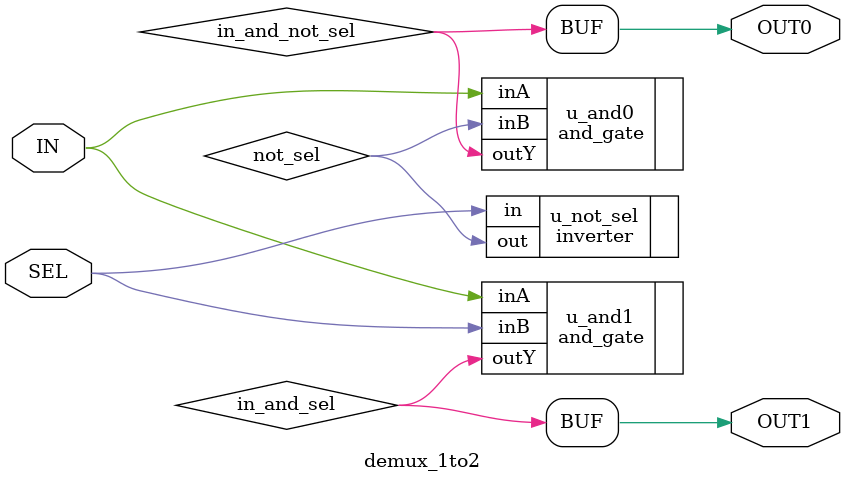
<source format=sv>

module demux_1to2 (
    input  IN,     // Input data
    input  SEL,    // Select line
    output OUT0,   // Output when SEL = 0
    output OUT1    // Output when SEL = 1
);

    // Internal wires
    logic not_sel;       // Inverted select
    logic in_and_not_sel;
    logic in_and_sel;

    // Invert select: not_sel = ~SEL
    inverter u_not_sel (
        .in(SEL),
        .out(not_sel)
    );

    // OUT0 = IN AND (NOT SEL)
    and_gate u_and0 (
        .inA(IN),
        .inB(not_sel),
        .outY(in_and_not_sel)
    );

    // OUT1 = IN AND SEL
    and_gate u_and1 (
        .inA(IN),
        .inB(SEL),
        .outY(in_and_sel)
    );

    // Drive final outputs
    assign OUT0 = in_and_not_sel;
    assign OUT1 = in_and_sel;

endmodule

</source>
